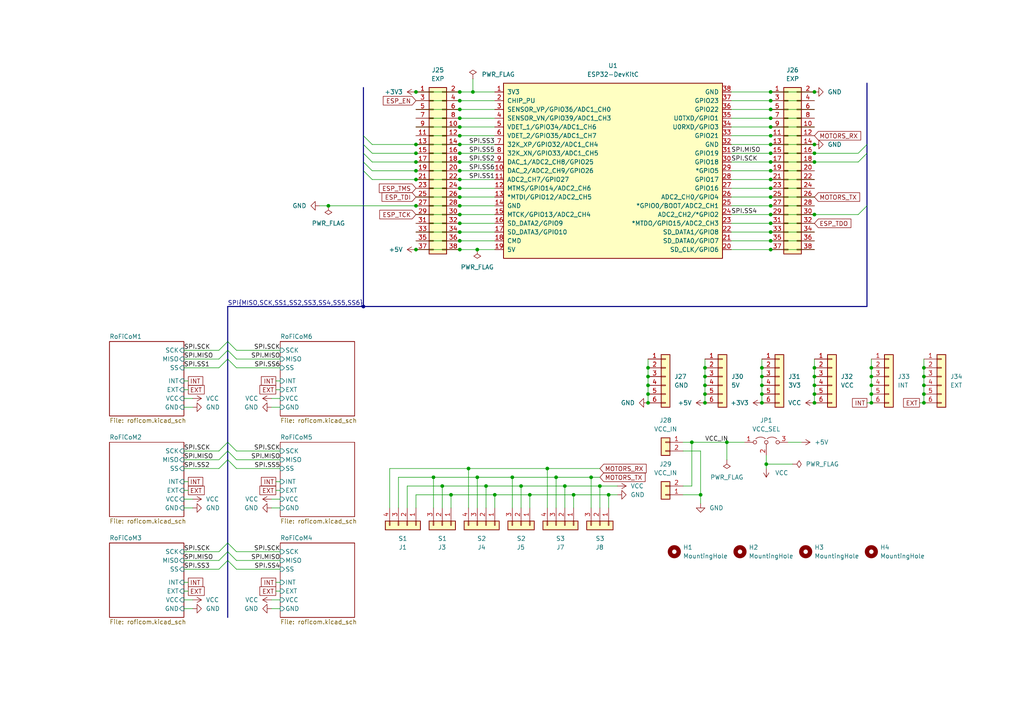
<source format=kicad_sch>
(kicad_sch (version 20211123) (generator eeschema)
  (paper "A4")
  (lib_symbols
    (symbol "Connector_Generic:Conn_01x02" (pin_names (offset 1.016) hide)
      (property "Reference" "J" (at 0 2.54 0))
      (property "Value" "Conn_01x02" (at 0 -5.08 0))
      (symbol "Conn_01x02_1_1"
        (rectangle (start -1.27 -2.413) (end 0 -2.667) (stroke (width 0.1524)))
        (rectangle (start -1.27 0.127) (end 0 -0.127) (stroke (width 0.1524)))
        (rectangle (start -1.27 1.27) (end 1.27 -3.81) (stroke (width 0.254)) (fill (type background)))
        (pin passive line (at -5.08 0 0) (length 3.81) (name "Pin_1") (number "1"))
        (pin passive line (at -5.08 -2.54 0) (length 3.81) (name "Pin_2") (number "2"))
      )
    )
    (symbol "Connector_Generic:Conn_01x03" (pin_names (offset 1.016) hide)
      (property "Reference" "J" (at 0 5.08 0))
      (property "Value" "Conn_01x03" (at 0 -5.08 0))
      (symbol "Conn_01x03_1_1"
        (rectangle (start -1.27 -2.413) (end 0 -2.667) (stroke (width 0.1524)))
        (rectangle (start -1.27 0.127) (end 0 -0.127) (stroke (width 0.1524)))
        (rectangle (start -1.27 2.667) (end 0 2.413) (stroke (width 0.1524)))
        (rectangle (start -1.27 3.81) (end 1.27 -3.81) (stroke (width 0.254)) (fill (type background)))
        (pin passive line (at -5.08 2.54 0) (length 3.81) (name "Pin_1") (number "1"))
        (pin passive line (at -5.08 0 0) (length 3.81) (name "Pin_2") (number "2"))
        (pin passive line (at -5.08 -2.54 0) (length 3.81) (name "Pin_3") (number "3"))
      )
    )
    (symbol "Connector_Generic:Conn_01x04" (pin_names (offset 1.016) hide)
      (property "Reference" "J" (at 0 5.08 0))
      (property "Value" "Conn_01x04" (at 0 -7.62 0))
      (symbol "Conn_01x04_1_1"
        (rectangle (start -1.27 -4.953) (end 0 -5.207) (stroke (width 0.1524)))
        (rectangle (start -1.27 -2.413) (end 0 -2.667) (stroke (width 0.1524)))
        (rectangle (start -1.27 0.127) (end 0 -0.127) (stroke (width 0.1524)))
        (rectangle (start -1.27 2.667) (end 0 2.413) (stroke (width 0.1524)))
        (rectangle (start -1.27 3.81) (end 1.27 -6.35) (stroke (width 0.254)) (fill (type background)))
        (pin passive line (at -5.08 2.54 0) (length 3.81) (name "Pin_1") (number "1"))
        (pin passive line (at -5.08 0 0) (length 3.81) (name "Pin_2") (number "2"))
        (pin passive line (at -5.08 -2.54 0) (length 3.81) (name "Pin_3") (number "3"))
        (pin passive line (at -5.08 -5.08 0) (length 3.81) (name "Pin_4") (number "4"))
      )
    )
    (symbol "Connector_Generic:Conn_01x06" (pin_names (offset 1.016) hide)
      (property "Reference" "J" (at 0 7.62 0))
      (property "Value" "Conn_01x06" (at 0 -10.16 0))
      (symbol "Conn_01x06_1_1"
        (rectangle (start -1.27 -7.493) (end 0 -7.747) (stroke (width 0.1524)))
        (rectangle (start -1.27 -4.953) (end 0 -5.207) (stroke (width 0.1524)))
        (rectangle (start -1.27 -2.413) (end 0 -2.667) (stroke (width 0.1524)))
        (rectangle (start -1.27 0.127) (end 0 -0.127) (stroke (width 0.1524)))
        (rectangle (start -1.27 2.667) (end 0 2.413) (stroke (width 0.1524)))
        (rectangle (start -1.27 5.207) (end 0 4.953) (stroke (width 0.1524)))
        (rectangle (start -1.27 6.35) (end 1.27 -8.89) (stroke (width 0.254)) (fill (type background)))
        (pin passive line (at -5.08 5.08 0) (length 3.81) (name "Pin_1") (number "1"))
        (pin passive line (at -5.08 2.54 0) (length 3.81) (name "Pin_2") (number "2"))
        (pin passive line (at -5.08 0 0) (length 3.81) (name "Pin_3") (number "3"))
        (pin passive line (at -5.08 -2.54 0) (length 3.81) (name "Pin_4") (number "4"))
        (pin passive line (at -5.08 -5.08 0) (length 3.81) (name "Pin_5") (number "5"))
        (pin passive line (at -5.08 -7.62 0) (length 3.81) (name "Pin_6") (number "6"))
      )
    )
    (symbol "Connector_Generic:Conn_02x19_Odd_Even" (pin_names (offset 1.016) hide)
      (property "Reference" "J" (at 1.27 25.4 0))
      (property "Value" "Conn_02x19_Odd_Even" (at 1.27 -25.4 0))
      (symbol "Conn_02x19_Odd_Even_1_1"
        (rectangle (start -1.27 -22.733) (end 0 -22.987) (stroke (width 0.1524)))
        (rectangle (start -1.27 -20.193) (end 0 -20.447) (stroke (width 0.1524)))
        (rectangle (start -1.27 -17.653) (end 0 -17.907) (stroke (width 0.1524)))
        (rectangle (start -1.27 -15.113) (end 0 -15.367) (stroke (width 0.1524)))
        (rectangle (start -1.27 -12.573) (end 0 -12.827) (stroke (width 0.1524)))
        (rectangle (start -1.27 -10.033) (end 0 -10.287) (stroke (width 0.1524)))
        (rectangle (start -1.27 -7.493) (end 0 -7.747) (stroke (width 0.1524)))
        (rectangle (start -1.27 -4.953) (end 0 -5.207) (stroke (width 0.1524)))
        (rectangle (start -1.27 -2.413) (end 0 -2.667) (stroke (width 0.1524)))
        (rectangle (start -1.27 0.127) (end 0 -0.127) (stroke (width 0.1524)))
        (rectangle (start -1.27 2.667) (end 0 2.413) (stroke (width 0.1524)))
        (rectangle (start -1.27 5.207) (end 0 4.953) (stroke (width 0.1524)))
        (rectangle (start -1.27 7.747) (end 0 7.493) (stroke (width 0.1524)))
        (rectangle (start -1.27 10.287) (end 0 10.033) (stroke (width 0.1524)))
        (rectangle (start -1.27 12.827) (end 0 12.573) (stroke (width 0.1524)))
        (rectangle (start -1.27 15.367) (end 0 15.113) (stroke (width 0.1524)))
        (rectangle (start -1.27 17.907) (end 0 17.653) (stroke (width 0.1524)))
        (rectangle (start -1.27 20.447) (end 0 20.193) (stroke (width 0.1524)))
        (rectangle (start -1.27 22.987) (end 0 22.733) (stroke (width 0.1524)))
        (rectangle (start -1.27 24.13) (end 3.81 -24.13) (stroke (width 0.254)) (fill (type background)))
        (rectangle (start 3.81 -22.733) (end 2.54 -22.987) (stroke (width 0.1524)))
        (rectangle (start 3.81 -20.193) (end 2.54 -20.447) (stroke (width 0.1524)))
        (rectangle (start 3.81 -17.653) (end 2.54 -17.907) (stroke (width 0.1524)))
        (rectangle (start 3.81 -15.113) (end 2.54 -15.367) (stroke (width 0.1524)))
        (rectangle (start 3.81 -12.573) (end 2.54 -12.827) (stroke (width 0.1524)))
        (rectangle (start 3.81 -10.033) (end 2.54 -10.287) (stroke (width 0.1524)))
        (rectangle (start 3.81 -7.493) (end 2.54 -7.747) (stroke (width 0.1524)))
        (rectangle (start 3.81 -4.953) (end 2.54 -5.207) (stroke (width 0.1524)))
        (rectangle (start 3.81 -2.413) (end 2.54 -2.667) (stroke (width 0.1524)))
        (rectangle (start 3.81 0.127) (end 2.54 -0.127) (stroke (width 0.1524)))
        (rectangle (start 3.81 2.667) (end 2.54 2.413) (stroke (width 0.1524)))
        (rectangle (start 3.81 5.207) (end 2.54 4.953) (stroke (width 0.1524)))
        (rectangle (start 3.81 7.747) (end 2.54 7.493) (stroke (width 0.1524)))
        (rectangle (start 3.81 10.287) (end 2.54 10.033) (stroke (width 0.1524)))
        (rectangle (start 3.81 12.827) (end 2.54 12.573) (stroke (width 0.1524)))
        (rectangle (start 3.81 15.367) (end 2.54 15.113) (stroke (width 0.1524)))
        (rectangle (start 3.81 17.907) (end 2.54 17.653) (stroke (width 0.1524)))
        (rectangle (start 3.81 20.447) (end 2.54 20.193) (stroke (width 0.1524)))
        (rectangle (start 3.81 22.987) (end 2.54 22.733) (stroke (width 0.1524)))
        (pin passive line (at -5.08 22.86 0) (length 3.81) (name "Pin_1") (number "1"))
        (pin passive line (at 7.62 12.7 180) (length 3.81) (name "Pin_10") (number "10"))
        (pin passive line (at -5.08 10.16 0) (length 3.81) (name "Pin_11") (number "11"))
        (pin passive line (at 7.62 10.16 180) (length 3.81) (name "Pin_12") (number "12"))
        (pin passive line (at -5.08 7.62 0) (length 3.81) (name "Pin_13") (number "13"))
        (pin passive line (at 7.62 7.62 180) (length 3.81) (name "Pin_14") (number "14"))
        (pin passive line (at -5.08 5.08 0) (length 3.81) (name "Pin_15") (number "15"))
        (pin passive line (at 7.62 5.08 180) (length 3.81) (name "Pin_16") (number "16"))
        (pin passive line (at -5.08 2.54 0) (length 3.81) (name "Pin_17") (number "17"))
        (pin passive line (at 7.62 2.54 180) (length 3.81) (name "Pin_18") (number "18"))
        (pin passive line (at -5.08 0 0) (length 3.81) (name "Pin_19") (number "19"))
        (pin passive line (at 7.62 22.86 180) (length 3.81) (name "Pin_2") (number "2"))
        (pin passive line (at 7.62 0 180) (length 3.81) (name "Pin_20") (number "20"))
        (pin passive line (at -5.08 -2.54 0) (length 3.81) (name "Pin_21") (number "21"))
        (pin passive line (at 7.62 -2.54 180) (length 3.81) (name "Pin_22") (number "22"))
        (pin passive line (at -5.08 -5.08 0) (length 3.81) (name "Pin_23") (number "23"))
        (pin passive line (at 7.62 -5.08 180) (length 3.81) (name "Pin_24") (number "24"))
        (pin passive line (at -5.08 -7.62 0) (length 3.81) (name "Pin_25") (number "25"))
        (pin passive line (at 7.62 -7.62 180) (length 3.81) (name "Pin_26") (number "26"))
        (pin passive line (at -5.08 -10.16 0) (length 3.81) (name "Pin_27") (number "27"))
        (pin passive line (at 7.62 -10.16 180) (length 3.81) (name "Pin_28") (number "28"))
        (pin passive line (at -5.08 -12.7 0) (length 3.81) (name "Pin_29") (number "29"))
        (pin passive line (at -5.08 20.32 0) (length 3.81) (name "Pin_3") (number "3"))
        (pin passive line (at 7.62 -12.7 180) (length 3.81) (name "Pin_30") (number "30"))
        (pin passive line (at -5.08 -15.24 0) (length 3.81) (name "Pin_31") (number "31"))
        (pin passive line (at 7.62 -15.24 180) (length 3.81) (name "Pin_32") (number "32"))
        (pin passive line (at -5.08 -17.78 0) (length 3.81) (name "Pin_33") (number "33"))
        (pin passive line (at 7.62 -17.78 180) (length 3.81) (name "Pin_34") (number "34"))
        (pin passive line (at -5.08 -20.32 0) (length 3.81) (name "Pin_35") (number "35"))
        (pin passive line (at 7.62 -20.32 180) (length 3.81) (name "Pin_36") (number "36"))
        (pin passive line (at -5.08 -22.86 0) (length 3.81) (name "Pin_37") (number "37"))
        (pin passive line (at 7.62 -22.86 180) (length 3.81) (name "Pin_38") (number "38"))
        (pin passive line (at 7.62 20.32 180) (length 3.81) (name "Pin_4") (number "4"))
        (pin passive line (at -5.08 17.78 0) (length 3.81) (name "Pin_5") (number "5"))
        (pin passive line (at 7.62 17.78 180) (length 3.81) (name "Pin_6") (number "6"))
        (pin passive line (at -5.08 15.24 0) (length 3.81) (name "Pin_7") (number "7"))
        (pin passive line (at 7.62 15.24 180) (length 3.81) (name "Pin_8") (number "8"))
        (pin passive line (at -5.08 12.7 0) (length 3.81) (name "Pin_9") (number "9"))
      )
    )
    (symbol "Jumper:Jumper_3_Open" (pin_names (offset 0) hide)
      (property "Reference" "JP" (at -2.54 -2.54 0))
      (property "Value" "Jumper_3_Open" (at 0 2.794 0))
      (symbol "Jumper_3_Open_0_0"
        (circle (center -3.302 0) (radius 0.508))
        (circle (center 0 0) (radius 0.508))
        (circle (center 3.302 0) (radius 0.508))
      )
      (symbol "Jumper_3_Open_0_1"
        (arc (start -0.254 1.016) (mid -1.651 1.4992) (end -3.048 1.016))
        (polyline (pts (xy 0 -0.508) (xy 0 -1.27)))
        (arc (start 3.048 1.016) (mid 1.651 1.4992) (end 0.254 1.016))
      )
      (symbol "Jumper_3_Open_1_1"
        (pin passive line (at -6.35 0 0) (length 2.54) (name "A") (number "1"))
        (pin passive line (at 0 -3.81 90) (length 2.54) (name "C") (number "2"))
        (pin passive line (at 6.35 0 180) (length 2.54) (name "B") (number "3"))
      )
    )
    (symbol "Mechanical:MountingHole" (pin_names (offset 1.016))
      (property "Reference" "H" (at 0 5.08 0))
      (property "Value" "MountingHole" (at 0 3.175 0))
      (symbol "MountingHole_0_1"
        (circle (center 0 0) (radius 1.27) (stroke (width 1.27)))
      )
    )
    (symbol "power:+3V3" (power) (pin_names (offset 0))
      (property "Value" "+3V3" (at 0 3.556 0))
      (symbol "+3V3_0_1"
        (polyline (pts (xy -0.762 1.27) (xy 0 2.54)))
        (polyline (pts (xy 0 0) (xy 0 2.54)))
        (polyline (pts (xy 0 2.54) (xy 0.762 1.27)))
      )
      (symbol "+3V3_1_1"
        (pin power_in line (at 0 0 90) (length 0) hide (name "+3V3") (number "1"))
      )
    )
    (symbol "power:+5V" (power) (pin_names (offset 0))
      (property "Value" "+5V" (at 0 3.556 0))
      (symbol "+5V_0_1"
        (polyline (pts (xy -0.762 1.27) (xy 0 2.54)))
        (polyline (pts (xy 0 0) (xy 0 2.54)))
        (polyline (pts (xy 0 2.54) (xy 0.762 1.27)))
      )
      (symbol "+5V_1_1"
        (pin power_in line (at 0 0 90) (length 0) hide (name "+5V") (number "1"))
      )
    )
    (symbol "power:GND" (power) (pin_names (offset 0))
      (property "Value" "GND" (at 0 -3.81 0))
      (symbol "GND_0_1"
        (polyline (pts (xy 0 0) (xy 0 -1.27) (xy 1.27 -1.27) (xy 0 -2.54) (xy -1.27 -1.27) (xy 0 -1.27)))
      )
      (symbol "GND_1_1"
        (pin power_in line (at 0 0 270) (length 0) hide (name "GND") (number "1"))
      )
    )
    (symbol "power:PWR_FLAG" (power) (pin_numbers hide) (pin_names (offset 0) hide)
      (property "Value" "PWR_FLAG" (at 0 3.81 0))
      (symbol "PWR_FLAG_0_0"
        (pin power_out line (at 0 0 90) (length 0) (name "pwr") (number "1"))
      )
      (symbol "PWR_FLAG_0_1"
        (polyline (pts (xy 0 0) (xy 0 1.27) (xy -1.016 1.905) (xy 0 2.54) (xy 1.016 1.905) (xy 0 1.27)))
      )
    )
    (symbol "power:VCC" (power) (pin_names (offset 0))
      (property "Value" "VCC" (at 0 3.81 0))
      (symbol "VCC_0_1"
        (polyline (pts (xy -0.762 1.27) (xy 0 2.54)))
        (polyline (pts (xy 0 0) (xy 0 2.54)))
        (polyline (pts (xy 0 2.54) (xy 0.762 1.27)))
      )
      (symbol "VCC_1_1"
        (pin power_in line (at 0 0 90) (length 0) hide (name "VCC") (number "1"))
      )
    )
    (symbol "rofi:ESP32-DevKitC" (pin_names (offset 1.016))
      (property "Reference" "U" (at -30.48 30.48 0))
      (property "Value" "ESP32-DevKitC" (at -30.48 27.94 0))
      (property "Footprint" "rofi:ESP32-DevKitC" (at 0 -27.94 0))
      (property "Datasheet" "https://docs.espressif.com/projects/esp-idf/zh_CN/latest/esp32/hw-reference/esp32/get-started-devkitc.html" (at 0 -30.48 0))
      (symbol "ESP32-DevKitC_0_0"
        (pin power_in line (at -33.02 -10.16 0) (length 2.54) (name "GND") (number "14"))
        (pin power_in line (at -33.02 -22.86 0) (length 2.54) (name "5V") (number "19"))
      )
      (symbol "ESP32-DevKitC_0_1"
        (rectangle (start -30.48 25.4) (end 33.02 -25.4) (stroke (width 0.254)) (fill (type background)))
      )
      (symbol "ESP32-DevKitC_1_1"
        (pin power_in line (at -33.02 22.86 0) (length 2.54) (name "3V3") (number "1"))
        (pin bidirectional line (at -33.02 0 0) (length 2.54) (name "DAC_2/ADC2_CH9/GPIO26") (number "10"))
        (pin bidirectional line (at -33.02 -2.54 0) (length 2.54) (name "ADC2_CH7/GPIO27") (number "11"))
        (pin bidirectional line (at -33.02 -5.08 0) (length 2.54) (name "MTMS/GPIO14/ADC2_CH6") (number "12"))
        (pin bidirectional line (at -33.02 -7.62 0) (length 2.54) (name "*MTDI/GPIO12/ADC2_CH5") (number "13"))
        (pin bidirectional line (at -33.02 -12.7 0) (length 2.54) (name "MTCK/GPIO13/ADC2_CH4") (number "15"))
        (pin bidirectional line (at -33.02 -15.24 0) (length 2.54) (name "SD_DATA2/GPIO9") (number "16"))
        (pin bidirectional line (at -33.02 -17.78 0) (length 2.54) (name "SD_DATA3/GPIO10") (number "17"))
        (pin bidirectional line (at -33.02 -20.32 0) (length 2.54) (name "CMD") (number "18"))
        (pin input line (at -33.02 20.32 0) (length 2.54) (name "CHIP_PU") (number "2"))
        (pin bidirectional line (at 35.56 -22.86 180) (length 2.54) (name "SD_CLK/GPIO6") (number "20"))
        (pin bidirectional line (at 35.56 -20.32 180) (length 2.54) (name "SD_DATA0/GPIO7") (number "21"))
        (pin bidirectional line (at 35.56 -17.78 180) (length 2.54) (name "SD_DATA1/GPIO8") (number "22"))
        (pin bidirectional line (at 35.56 -15.24 180) (length 2.54) (name "*MTDO/GPIO15/ADC2_CH3") (number "23"))
        (pin bidirectional line (at 35.56 -12.7 180) (length 2.54) (name "ADC2_CH2/*GPIO2") (number "24"))
        (pin bidirectional line (at 35.56 -10.16 180) (length 2.54) (name "*GPIO0/BOOT/ADC2_CH1") (number "25"))
        (pin bidirectional line (at 35.56 -7.62 180) (length 2.54) (name "ADC2_CH0/GPIO4") (number "26"))
        (pin bidirectional line (at 35.56 -5.08 180) (length 2.54) (name "GPIO16") (number "27"))
        (pin bidirectional line (at 35.56 -2.54 180) (length 2.54) (name "GPIO17") (number "28"))
        (pin bidirectional line (at 35.56 0 180) (length 2.54) (name "*GPIO5") (number "29"))
        (pin input line (at -33.02 17.78 0) (length 2.54) (name "SENSOR_VP/GPIO36/ADC1_CH0") (number "3"))
        (pin bidirectional line (at 35.56 2.54 180) (length 2.54) (name "GPIO18") (number "30"))
        (pin bidirectional line (at 35.56 5.08 180) (length 2.54) (name "GPIO19") (number "31"))
        (pin power_in line (at 35.56 7.62 180) (length 2.54) (name "GND") (number "32"))
        (pin bidirectional line (at 35.56 10.16 180) (length 2.54) (name "GPIO21") (number "33"))
        (pin bidirectional line (at 35.56 12.7 180) (length 2.54) (name "U0RXD/GPIO3") (number "34"))
        (pin bidirectional line (at 35.56 15.24 180) (length 2.54) (name "U0TXD/GPIO1") (number "35"))
        (pin bidirectional line (at 35.56 17.78 180) (length 2.54) (name "GPIO22") (number "36"))
        (pin bidirectional line (at 35.56 20.32 180) (length 2.54) (name "GPIO23") (number "37"))
        (pin power_in line (at 35.56 22.86 180) (length 2.54) (name "GND") (number "38"))
        (pin input line (at -33.02 15.24 0) (length 2.54) (name "SENSOR_VN/GPIO39/ADC1_CH3") (number "4"))
        (pin input line (at -33.02 12.7 0) (length 2.54) (name "VDET_1/GPIO34/ADC1_CH6") (number "5"))
        (pin input line (at -33.02 10.16 0) (length 2.54) (name "VDET_2/GPIO35/ADC1_CH7") (number "6"))
        (pin bidirectional line (at -33.02 7.62 0) (length 2.54) (name "32K_XP/GPIO32/ADC1_CH4") (number "7"))
        (pin bidirectional line (at -33.02 5.08 0) (length 2.54) (name "32K_XN/GPIO33/ADC1_CH5") (number "8"))
        (pin bidirectional line (at -33.02 2.54 0) (length 2.54) (name "DAC_1/ADC2_CH8/GPIO25") (number "9"))
      )
    )
  )
  (junction (at 223.52 34.29))
  (junction (at 133.35 69.85))
  (junction (at 223.52 57.15))
  (junction (at 138.43 138.43))
  (junction (at 133.35 59.69))
  (junction (at 223.52 26.67))
  (junction (at 236.22 46.99))
  (junction (at 125.73 138.43))
  (junction (at 252.73 106.68))
  (junction (at 137.16 26.67))
  (junction (at 236.22 116.84))
  (junction (at 223.52 41.91))
  (junction (at 187.96 116.84))
  (junction (at 236.22 41.91))
  (junction (at 140.97 140.97))
  (junction (at 223.52 59.69))
  (junction (at 220.98 116.84))
  (junction (at 133.35 72.39))
  (junction (at 133.35 57.15))
  (junction (at 187.96 106.68))
  (junction (at 204.47 111.76))
  (junction (at 223.52 64.77))
  (junction (at 267.97 116.84))
  (junction (at 223.52 29.21))
  (junction (at 267.97 109.22))
  (junction (at 133.35 54.61))
  (junction (at 236.22 44.45))
  (junction (at 133.35 62.23))
  (junction (at 163.83 140.97))
  (junction (at 133.35 41.91))
  (junction (at 267.97 111.76))
  (junction (at 187.96 109.22))
  (junction (at 133.35 64.77))
  (junction (at 120.65 44.45))
  (junction (at 223.52 36.83))
  (junction (at 120.65 49.53))
  (junction (at 236.22 106.68))
  (junction (at 153.67 143.51))
  (junction (at 105.41 88.9))
  (junction (at 95.25 59.69))
  (junction (at 187.96 114.3))
  (junction (at 223.52 54.61))
  (junction (at 143.51 143.51))
  (junction (at 236.22 26.67))
  (junction (at 236.22 109.22))
  (junction (at 236.22 62.23))
  (junction (at 204.47 106.68))
  (junction (at 133.35 39.37))
  (junction (at 200.66 128.27))
  (junction (at 133.35 31.75))
  (junction (at 204.47 116.84))
  (junction (at 120.65 41.91))
  (junction (at 223.52 46.99))
  (junction (at 223.52 31.75))
  (junction (at 223.52 49.53))
  (junction (at 203.2 143.51))
  (junction (at 220.98 114.3))
  (junction (at 128.27 140.97))
  (junction (at 151.13 140.97))
  (junction (at 267.97 106.68))
  (junction (at 220.98 111.76))
  (junction (at 120.65 26.67))
  (junction (at 220.98 106.68))
  (junction (at 133.35 29.21))
  (junction (at 223.52 72.39))
  (junction (at 130.81 143.51))
  (junction (at 138.43 72.39))
  (junction (at 223.52 39.37))
  (junction (at 133.35 46.99))
  (junction (at 223.52 44.45))
  (junction (at 133.35 36.83))
  (junction (at 223.52 67.31))
  (junction (at 267.97 114.3))
  (junction (at 210.82 128.27))
  (junction (at 204.47 114.3))
  (junction (at 161.29 138.43))
  (junction (at 148.59 138.43))
  (junction (at 220.98 109.22))
  (junction (at 120.65 59.69))
  (junction (at 135.89 135.89))
  (junction (at 252.73 116.84))
  (junction (at 120.65 52.07))
  (junction (at 236.22 114.3))
  (junction (at 187.96 111.76))
  (junction (at 158.75 135.89))
  (junction (at 133.35 67.31))
  (junction (at 133.35 34.29))
  (junction (at 223.52 62.23))
  (junction (at 252.73 109.22))
  (junction (at 166.37 143.51))
  (junction (at 252.73 111.76))
  (junction (at 120.65 46.99))
  (junction (at 171.45 138.43))
  (junction (at 173.99 140.97))
  (junction (at 252.73 114.3))
  (junction (at 133.35 44.45))
  (junction (at 120.65 72.39))
  (junction (at 176.53 143.51))
  (junction (at 223.52 52.07))
  (junction (at 133.35 49.53))
  (junction (at 133.35 52.07))
  (junction (at 222.25 134.62))
  (junction (at 133.35 26.67))
  (junction (at 204.47 109.22))
  (junction (at 223.52 69.85))
  (junction (at 236.22 111.76))
  (bus_entry (at 66.04 101.6) (size -2.54 2.54))
  (bus_entry (at 66.04 160.02) (size 2.54 2.54))
  (bus_entry (at 66.04 104.14) (size 2.54 2.54))
  (bus_entry (at 66.04 99.06) (size 2.54 2.54))
  (bus_entry (at 66.04 133.35) (size -2.54 2.54))
  (bus_entry (at 66.04 128.27) (size 2.54 2.54))
  (bus_entry (at 251.46 41.91) (size -2.54 2.54))
  (bus_entry (at 105.41 46.99) (size 2.54 2.54))
  (bus_entry (at 66.04 130.81) (size 2.54 2.54))
  (bus_entry (at 105.41 39.37) (size 2.54 2.54))
  (bus_entry (at 105.41 41.91) (size 2.54 2.54))
  (bus_entry (at 105.41 44.45) (size 2.54 2.54))
  (bus_entry (at 66.04 160.02) (size -2.54 2.54))
  (bus_entry (at 251.46 44.45) (size -2.54 2.54))
  (bus_entry (at 66.04 133.35) (size 2.54 2.54))
  (bus_entry (at 66.04 101.6) (size 2.54 2.54))
  (bus_entry (at 66.04 128.27) (size -2.54 2.54))
  (bus_entry (at 66.04 162.56) (size -2.54 2.54))
  (bus_entry (at 66.04 157.48) (size 2.54 2.54))
  (bus_entry (at 105.41 49.53) (size 2.54 2.54))
  (bus_entry (at 66.04 162.56) (size 2.54 2.54))
  (bus_entry (at 66.04 99.06) (size -2.54 2.54))
  (bus_entry (at 66.04 130.81) (size -2.54 2.54))
  (bus_entry (at 66.04 104.14) (size -2.54 2.54))
  (bus_entry (at 66.04 157.48) (size -2.54 2.54))
  (bus_entry (at 251.46 59.69) (size -2.54 2.54))
  (wire (pts (xy 120.65 64.77) (xy 133.35 64.77)))
  (wire (pts (xy 223.52 64.77) (xy 236.22 64.77)))
  (wire (pts (xy 223.52 69.85) (xy 236.22 69.85)))
  (wire (pts (xy 107.95 44.45) (xy 120.65 44.45)))
  (bus (pts (xy 251.46 44.45) (xy 251.46 59.69)))
  (wire (pts (xy 187.96 106.68) (xy 187.96 109.22)))
  (wire (pts (xy 120.65 62.23) (xy 133.35 62.23)))
  (wire (pts (xy 223.52 67.31) (xy 236.22 67.31)))
  (wire (pts (xy 223.52 34.29) (xy 236.22 34.29)))
  (wire (pts (xy 68.58 162.56) (xy 81.28 162.56)))
  (wire (pts (xy 220.98 109.22) (xy 220.98 111.76)))
  (wire (pts (xy 81.28 173.99) (xy 78.74 173.99)))
  (wire (pts (xy 133.35 44.45) (xy 143.51 44.45)))
  (wire (pts (xy 212.09 41.91) (xy 223.52 41.91)))
  (bus (pts (xy 251.46 24.13) (xy 251.46 41.91)))
  (wire (pts (xy 236.22 111.76) (xy 236.22 114.3)))
  (wire (pts (xy 107.95 49.53) (xy 120.65 49.53)))
  (wire (pts (xy 113.03 135.89) (xy 113.03 147.32)))
  (wire (pts (xy 223.52 46.99) (xy 236.22 46.99)))
  (wire (pts (xy 78.74 144.78) (xy 81.28 144.78)))
  (wire (pts (xy 53.34 110.49) (xy 54.61 110.49)))
  (wire (pts (xy 252.73 114.3) (xy 252.73 116.84)))
  (bus (pts (xy 105.41 41.91) (xy 105.41 44.45)))
  (wire (pts (xy 138.43 138.43) (xy 138.43 147.32)))
  (wire (pts (xy 107.95 41.91) (xy 120.65 41.91)))
  (wire (pts (xy 204.47 104.14) (xy 204.47 106.68)))
  (bus (pts (xy 105.41 46.99) (xy 105.41 49.53)))
  (wire (pts (xy 137.16 22.86) (xy 137.16 26.67)))
  (wire (pts (xy 198.12 143.51) (xy 203.2 143.51)))
  (wire (pts (xy 187.96 111.76) (xy 187.96 114.3)))
  (bus (pts (xy 105.41 25.4) (xy 105.41 39.37)))
  (wire (pts (xy 133.35 52.07) (xy 143.51 52.07)))
  (bus (pts (xy 105.41 39.37) (xy 105.41 41.91)))
  (wire (pts (xy 204.47 106.68) (xy 204.47 109.22)))
  (wire (pts (xy 153.67 143.51) (xy 143.51 143.51)))
  (wire (pts (xy 133.35 29.21) (xy 143.51 29.21)))
  (wire (pts (xy 252.73 109.22) (xy 252.73 111.76)))
  (wire (pts (xy 212.09 31.75) (xy 223.52 31.75)))
  (wire (pts (xy 223.52 54.61) (xy 236.22 54.61)))
  (wire (pts (xy 120.65 72.39) (xy 133.35 72.39)))
  (wire (pts (xy 133.35 57.15) (xy 143.51 57.15)))
  (wire (pts (xy 166.37 143.51) (xy 153.67 143.51)))
  (wire (pts (xy 53.34 147.32) (xy 55.88 147.32)))
  (wire (pts (xy 120.65 59.69) (xy 133.35 59.69)))
  (wire (pts (xy 133.35 46.99) (xy 143.51 46.99)))
  (wire (pts (xy 173.99 140.97) (xy 163.83 140.97)))
  (wire (pts (xy 223.52 52.07) (xy 236.22 52.07)))
  (wire (pts (xy 133.35 54.61) (xy 143.51 54.61)))
  (wire (pts (xy 53.34 168.91) (xy 54.61 168.91)))
  (wire (pts (xy 120.65 67.31) (xy 133.35 67.31)))
  (bus (pts (xy 66.04 160.02) (xy 66.04 157.48)))
  (wire (pts (xy 204.47 114.3) (xy 204.47 116.84)))
  (wire (pts (xy 200.66 128.27) (xy 198.12 128.27)))
  (wire (pts (xy 53.34 133.35) (xy 63.5 133.35)))
  (wire (pts (xy 158.75 135.89) (xy 173.99 135.89)))
  (bus (pts (xy 66.04 157.48) (xy 66.04 133.35)))
  (wire (pts (xy 53.34 118.11) (xy 55.88 118.11)))
  (wire (pts (xy 187.96 104.14) (xy 187.96 106.68)))
  (wire (pts (xy 120.65 54.61) (xy 133.35 54.61)))
  (wire (pts (xy 220.98 106.68) (xy 220.98 109.22)))
  (wire (pts (xy 120.65 26.67) (xy 133.35 26.67)))
  (wire (pts (xy 68.58 130.81) (xy 81.28 130.81)))
  (wire (pts (xy 143.51 143.51) (xy 130.81 143.51)))
  (wire (pts (xy 222.25 134.62) (xy 229.87 134.62)))
  (wire (pts (xy 81.28 115.57) (xy 78.74 115.57)))
  (wire (pts (xy 223.52 31.75) (xy 236.22 31.75)))
  (wire (pts (xy 212.09 69.85) (xy 223.52 69.85)))
  (wire (pts (xy 212.09 72.39) (xy 223.52 72.39)))
  (wire (pts (xy 212.09 49.53) (xy 223.52 49.53)))
  (wire (pts (xy 203.2 130.81) (xy 203.2 143.51)))
  (wire (pts (xy 140.97 140.97) (xy 128.27 140.97)))
  (wire (pts (xy 80.01 139.7) (xy 81.28 139.7)))
  (wire (pts (xy 267.97 109.22) (xy 267.97 111.76)))
  (wire (pts (xy 95.25 59.69) (xy 120.65 59.69)))
  (wire (pts (xy 236.22 62.23) (xy 248.92 62.23)))
  (wire (pts (xy 212.09 52.07) (xy 223.52 52.07)))
  (wire (pts (xy 212.09 39.37) (xy 223.52 39.37)))
  (wire (pts (xy 68.58 165.1) (xy 81.28 165.1)))
  (wire (pts (xy 176.53 143.51) (xy 166.37 143.51)))
  (wire (pts (xy 267.97 111.76) (xy 267.97 114.3)))
  (wire (pts (xy 137.16 26.67) (xy 143.51 26.67)))
  (wire (pts (xy 133.35 67.31) (xy 143.51 67.31)))
  (wire (pts (xy 133.35 62.23) (xy 143.51 62.23)))
  (wire (pts (xy 133.35 69.85) (xy 143.51 69.85)))
  (wire (pts (xy 53.34 139.7) (xy 54.61 139.7)))
  (wire (pts (xy 68.58 101.6) (xy 81.28 101.6)))
  (wire (pts (xy 81.28 118.11) (xy 78.74 118.11)))
  (wire (pts (xy 133.35 72.39) (xy 138.43 72.39)))
  (wire (pts (xy 133.35 36.83) (xy 143.51 36.83)))
  (wire (pts (xy 220.98 114.3) (xy 220.98 116.84)))
  (wire (pts (xy 223.52 49.53) (xy 236.22 49.53)))
  (wire (pts (xy 53.34 162.56) (xy 63.5 162.56)))
  (bus (pts (xy 66.04 104.14) (xy 66.04 101.6)))
  (wire (pts (xy 267.97 106.68) (xy 267.97 109.22)))
  (wire (pts (xy 266.7 116.84) (xy 267.97 116.84)))
  (wire (pts (xy 80.01 113.03) (xy 81.28 113.03)))
  (bus (pts (xy 66.04 133.35) (xy 66.04 130.81)))
  (wire (pts (xy 68.58 106.68) (xy 81.28 106.68)))
  (wire (pts (xy 128.27 140.97) (xy 128.27 147.32)))
  (wire (pts (xy 135.89 135.89) (xy 135.89 147.32)))
  (wire (pts (xy 223.52 36.83) (xy 236.22 36.83)))
  (wire (pts (xy 212.09 59.69) (xy 223.52 59.69)))
  (bus (pts (xy 66.04 99.06) (xy 66.04 88.9)))
  (wire (pts (xy 53.34 176.53) (xy 55.88 176.53)))
  (wire (pts (xy 223.52 72.39) (xy 236.22 72.39)))
  (bus (pts (xy 251.46 41.91) (xy 251.46 44.45)))
  (wire (pts (xy 198.12 140.97) (xy 200.66 140.97)))
  (wire (pts (xy 120.65 41.91) (xy 133.35 41.91)))
  (wire (pts (xy 118.11 140.97) (xy 118.11 147.32)))
  (wire (pts (xy 68.58 135.89) (xy 81.28 135.89)))
  (wire (pts (xy 80.01 168.91) (xy 81.28 168.91)))
  (wire (pts (xy 125.73 138.43) (xy 125.73 147.32)))
  (wire (pts (xy 151.13 140.97) (xy 140.97 140.97)))
  (wire (pts (xy 222.25 134.62) (xy 222.25 135.89)))
  (wire (pts (xy 176.53 143.51) (xy 179.07 143.51)))
  (wire (pts (xy 210.82 128.27) (xy 210.82 133.35)))
  (wire (pts (xy 53.34 173.99) (xy 55.88 173.99)))
  (wire (pts (xy 135.89 135.89) (xy 113.03 135.89)))
  (bus (pts (xy 105.41 49.53) (xy 105.41 88.9)))
  (wire (pts (xy 140.97 140.97) (xy 140.97 147.32)))
  (wire (pts (xy 133.35 41.91) (xy 143.51 41.91)))
  (wire (pts (xy 173.99 140.97) (xy 179.07 140.97)))
  (wire (pts (xy 223.52 44.45) (xy 236.22 44.45)))
  (wire (pts (xy 161.29 138.43) (xy 161.29 147.32)))
  (wire (pts (xy 81.28 176.53) (xy 78.74 176.53)))
  (wire (pts (xy 200.66 128.27) (xy 210.82 128.27)))
  (wire (pts (xy 212.09 44.45) (xy 223.52 44.45)))
  (wire (pts (xy 120.65 34.29) (xy 133.35 34.29)))
  (wire (pts (xy 236.22 44.45) (xy 248.92 44.45)))
  (wire (pts (xy 53.34 101.6) (xy 63.5 101.6)))
  (wire (pts (xy 176.53 147.32) (xy 176.53 143.51)))
  (wire (pts (xy 53.34 130.81) (xy 63.5 130.81)))
  (wire (pts (xy 133.35 59.69) (xy 143.51 59.69)))
  (wire (pts (xy 212.09 54.61) (xy 223.52 54.61)))
  (wire (pts (xy 120.65 46.99) (xy 133.35 46.99)))
  (wire (pts (xy 120.65 52.07) (xy 133.35 52.07)))
  (wire (pts (xy 252.73 106.68) (xy 252.73 109.22)))
  (wire (pts (xy 115.57 138.43) (xy 115.57 147.32)))
  (wire (pts (xy 80.01 142.24) (xy 81.28 142.24)))
  (bus (pts (xy 251.46 59.69) (xy 251.46 88.9)))
  (wire (pts (xy 212.09 62.23) (xy 223.52 62.23)))
  (wire (pts (xy 120.65 44.45) (xy 133.35 44.45)))
  (wire (pts (xy 148.59 138.43) (xy 148.59 147.32)))
  (wire (pts (xy 138.43 138.43) (xy 125.73 138.43)))
  (wire (pts (xy 187.96 109.22) (xy 187.96 111.76)))
  (wire (pts (xy 187.96 114.3) (xy 187.96 116.84)))
  (wire (pts (xy 53.34 106.68) (xy 63.5 106.68)))
  (wire (pts (xy 236.22 106.68) (xy 236.22 109.22)))
  (wire (pts (xy 53.34 171.45) (xy 54.61 171.45)))
  (wire (pts (xy 210.82 128.27) (xy 215.9 128.27)))
  (wire (pts (xy 163.83 140.97) (xy 151.13 140.97)))
  (wire (pts (xy 236.22 114.3) (xy 236.22 116.84)))
  (wire (pts (xy 223.52 57.15) (xy 236.22 57.15)))
  (wire (pts (xy 228.6 128.27) (xy 232.41 128.27)))
  (bus (pts (xy 105.41 44.45) (xy 105.41 46.99)))
  (wire (pts (xy 133.35 31.75) (xy 143.51 31.75)))
  (wire (pts (xy 200.66 140.97) (xy 200.66 128.27)))
  (wire (pts (xy 133.35 39.37) (xy 143.51 39.37)))
  (wire (pts (xy 236.22 109.22) (xy 236.22 111.76)))
  (wire (pts (xy 171.45 147.32) (xy 171.45 138.43)))
  (wire (pts (xy 53.34 113.03) (xy 54.61 113.03)))
  (wire (pts (xy 212.09 67.31) (xy 223.52 67.31)))
  (wire (pts (xy 68.58 133.35) (xy 81.28 133.35)))
  (wire (pts (xy 120.65 29.21) (xy 133.35 29.21)))
  (wire (pts (xy 223.52 29.21) (xy 236.22 29.21)))
  (wire (pts (xy 252.73 111.76) (xy 252.73 114.3)))
  (wire (pts (xy 161.29 138.43) (xy 148.59 138.43)))
  (wire (pts (xy 158.75 135.89) (xy 135.89 135.89)))
  (bus (pts (xy 66.04 101.6) (xy 66.04 99.06)))
  (wire (pts (xy 133.35 34.29) (xy 143.51 34.29)))
  (wire (pts (xy 204.47 109.22) (xy 204.47 111.76)))
  (wire (pts (xy 138.43 72.39) (xy 143.51 72.39)))
  (wire (pts (xy 204.47 111.76) (xy 204.47 114.3)))
  (wire (pts (xy 125.73 138.43) (xy 115.57 138.43)))
  (wire (pts (xy 223.52 41.91) (xy 236.22 41.91)))
  (wire (pts (xy 212.09 34.29) (xy 223.52 34.29)))
  (wire (pts (xy 223.52 39.37) (xy 236.22 39.37)))
  (wire (pts (xy 53.34 142.24) (xy 54.61 142.24)))
  (wire (pts (xy 68.58 160.02) (xy 81.28 160.02)))
  (wire (pts (xy 81.28 147.32) (xy 78.74 147.32)))
  (wire (pts (xy 267.97 114.3) (xy 267.97 116.84)))
  (wire (pts (xy 120.65 69.85) (xy 133.35 69.85)))
  (wire (pts (xy 120.65 39.37) (xy 133.35 39.37)))
  (wire (pts (xy 128.27 140.97) (xy 118.11 140.97)))
  (bus (pts (xy 66.04 128.27) (xy 66.04 104.14)))
  (wire (pts (xy 212.09 36.83) (xy 223.52 36.83)))
  (wire (pts (xy 198.12 130.81) (xy 203.2 130.81)))
  (wire (pts (xy 143.51 143.51) (xy 143.51 147.32)))
  (wire (pts (xy 120.65 31.75) (xy 133.35 31.75)))
  (wire (pts (xy 53.34 104.14) (xy 63.5 104.14)))
  (wire (pts (xy 53.34 165.1) (xy 63.5 165.1)))
  (wire (pts (xy 133.35 64.77) (xy 143.51 64.77)))
  (wire (pts (xy 166.37 143.51) (xy 166.37 147.32)))
  (bus (pts (xy 105.41 88.9) (xy 251.46 88.9)))
  (wire (pts (xy 148.59 138.43) (xy 138.43 138.43)))
  (wire (pts (xy 133.35 26.67) (xy 137.16 26.67)))
  (wire (pts (xy 212.09 64.77) (xy 223.52 64.77)))
  (wire (pts (xy 212.09 46.99) (xy 223.52 46.99)))
  (wire (pts (xy 212.09 29.21) (xy 223.52 29.21)))
  (bus (pts (xy 66.04 88.9) (xy 105.41 88.9)))
  (wire (pts (xy 252.73 104.14) (xy 252.73 106.68)))
  (wire (pts (xy 222.25 132.08) (xy 222.25 134.62)))
  (wire (pts (xy 53.34 144.78) (xy 55.88 144.78)))
  (wire (pts (xy 53.34 160.02) (xy 63.5 160.02)))
  (wire (pts (xy 163.83 140.97) (xy 163.83 147.32)))
  (wire (pts (xy 220.98 104.14) (xy 220.98 106.68)))
  (wire (pts (xy 53.34 135.89) (xy 63.5 135.89)))
  (wire (pts (xy 158.75 147.32) (xy 158.75 135.89)))
  (wire (pts (xy 107.95 52.07) (xy 120.65 52.07)))
  (wire (pts (xy 133.35 49.53) (xy 143.51 49.53)))
  (wire (pts (xy 173.99 147.32) (xy 173.99 140.97)))
  (wire (pts (xy 212.09 26.67) (xy 223.52 26.67)))
  (wire (pts (xy 223.52 62.23) (xy 236.22 62.23)))
  (wire (pts (xy 151.13 140.97) (xy 151.13 147.32)))
  (wire (pts (xy 203.2 143.51) (xy 203.2 146.05)))
  (wire (pts (xy 120.65 143.51) (xy 120.65 147.32)))
  (wire (pts (xy 130.81 143.51) (xy 130.81 147.32)))
  (wire (pts (xy 120.65 36.83) (xy 133.35 36.83)))
  (wire (pts (xy 80.01 110.49) (xy 81.28 110.49)))
  (wire (pts (xy 53.34 115.57) (xy 55.88 115.57)))
  (wire (pts (xy 223.52 26.67) (xy 236.22 26.67)))
  (wire (pts (xy 220.98 111.76) (xy 220.98 114.3)))
  (wire (pts (xy 251.46 116.84) (xy 252.73 116.84)))
  (wire (pts (xy 120.65 49.53) (xy 133.35 49.53)))
  (wire (pts (xy 80.01 171.45) (xy 81.28 171.45)))
  (wire (pts (xy 223.52 59.69) (xy 236.22 59.69)))
  (wire (pts (xy 153.67 143.51) (xy 153.67 147.32)))
  (bus (pts (xy 66.04 130.81) (xy 66.04 128.27)))
  (wire (pts (xy 236.22 46.99) (xy 248.92 46.99)))
  (wire (pts (xy 161.29 138.43) (xy 171.45 138.43)))
  (wire (pts (xy 212.09 57.15) (xy 223.52 57.15)))
  (wire (pts (xy 107.95 46.99) (xy 120.65 46.99)))
  (wire (pts (xy 68.58 104.14) (xy 81.28 104.14)))
  (wire (pts (xy 120.65 57.15) (xy 133.35 57.15)))
  (bus (pts (xy 66.04 162.56) (xy 66.04 160.02)))
  (wire (pts (xy 130.81 143.51) (xy 120.65 143.51)))
  (wire (pts (xy 267.97 104.14) (xy 267.97 106.68)))
  (wire (pts (xy 92.71 59.69) (xy 95.25 59.69)))
  (wire (pts (xy 236.22 104.14) (xy 236.22 106.68)))
  (bus (pts (xy 66.04 179.07) (xy 66.04 162.56)))
  (wire (pts (xy 171.45 138.43) (xy 173.99 138.43)))
  (label "SPI.SS1" (at 143.51 52.07 180))
  (label "VCC_IN" (at 204.47 128.27 0))
  (label "SPI.SCK" (at 53.34 130.81 0))
  (label "SPI.MISO" (at 81.28 162.56 180))
  (label "SPI.SCK" (at 81.28 160.02 180))
  (label "SPI.SCK" (at 81.28 101.6 180))
  (label "SPI.MISO" (at 53.34 133.35 0))
  (label "SPI{MISO,SCK,SS1,SS2,SS3,SS4,SS5,SS6}" (at 66.04 88.9 0))
  (label "SPI.MISO" (at 81.28 133.35 180))
  (label "SPI.SS6" (at 143.51 49.53 180))
  (label "SPI.MISO" (at 81.28 104.14 180))
  (label "SPI.SCK" (at 53.34 101.6 0))
  (label "SPI.MISO" (at 53.34 162.56 0))
  (label "SPI.SS5" (at 81.28 135.89 180))
  (label "SPI.SS2" (at 53.34 135.89 0))
  (label "SPI.SS5" (at 143.51 44.45 180))
  (label "SPI.SS2" (at 143.51 46.99 180))
  (label "SPI.SS6" (at 81.28 106.68 180))
  (label "SPI.SS4" (at 81.28 165.1 180))
  (label "SPI.SCK" (at 53.34 160.02 0))
  (label "SPI.MISO" (at 53.34 104.14 0))
  (label "SPI.MISO" (at 212.09 44.45 0))
  (label "SPI.SS4" (at 212.09 62.23 0))
  (label "SPI.SS1" (at 53.34 106.68 0))
  (label "SPI.SCK" (at 212.09 46.99 0))
  (label "SPI.SCK" (at 81.28 130.81 180))
  (label "SPI.SS3" (at 53.34 165.1 0))
  (label "SPI.SS3" (at 143.51 41.91 180))
  (global_label "ESP_TDO" (shape input) (at 236.22 64.77 0) (property "Intersheet References" "${INTERSHEET_REFS}" (effects hide)))
  (global_label "EXT" (shape passive) (at 54.61 171.45 0) (property "Intersheet References" "${INTERSHEET_REFS}" (effects hide)))
  (global_label "ESP_TDI" (shape input) (at 120.65 57.15 180) (property "Intersheet References" "${INTERSHEET_REFS}" (effects hide)))
  (global_label "EXT" (shape passive) (at 54.61 113.03 0) (property "Intersheet References" "${INTERSHEET_REFS}" (effects hide)))
  (global_label "EXT" (shape passive) (at 80.01 142.24 180) (property "Intersheet References" "${INTERSHEET_REFS}" (effects hide)))
  (global_label "INT" (shape passive) (at 54.61 110.49 0) (property "Intersheet References" "${INTERSHEET_REFS}" (effects hide)))
  (global_label "ESP_EN" (shape input) (at 120.65 29.21 180) (property "Intersheet References" "${INTERSHEET_REFS}" (effects hide)))
  (global_label "EXT" (shape passive) (at 54.61 142.24 0) (property "Intersheet References" "${INTERSHEET_REFS}" (effects hide)))
  (global_label "INT" (shape passive) (at 54.61 139.7 0) (property "Intersheet References" "${INTERSHEET_REFS}" (effects hide)))
  (global_label "EXT" (shape passive) (at 80.01 113.03 180) (property "Intersheet References" "${INTERSHEET_REFS}" (effects hide)))
  (global_label "ESP_TCK" (shape input) (at 120.65 62.23 180) (property "Intersheet References" "${INTERSHEET_REFS}" (effects hide)))
  (global_label "INT" (shape passive) (at 80.01 168.91 180) (property "Intersheet References" "${INTERSHEET_REFS}" (effects hide)))
  (global_label "EXT" (shape passive) (at 266.7 116.84 180) (property "Intersheet References" "${INTERSHEET_REFS}" (effects hide)))
  (global_label "INT" (shape passive) (at 80.01 139.7 180) (property "Intersheet References" "${INTERSHEET_REFS}" (effects hide)))
  (global_label "ESP_TMS" (shape input) (at 120.65 54.61 180) (property "Intersheet References" "${INTERSHEET_REFS}" (effects hide)))
  (global_label "INT" (shape passive) (at 54.61 168.91 0) (property "Intersheet References" "${INTERSHEET_REFS}" (effects hide)))
  (global_label "INT" (shape passive) (at 251.46 116.84 180) (property "Intersheet References" "${INTERSHEET_REFS}" (effects hide)))
  (global_label "EXT" (shape passive) (at 80.01 171.45 180) (property "Intersheet References" "${INTERSHEET_REFS}" (effects hide)))
  (global_label "MOTORS_TX" (shape input) (at 173.99 138.43 0) (property "Intersheet References" "${INTERSHEET_REFS}" (effects hide)))
  (global_label "MOTORS_TX" (shape input) (at 236.22 57.15 0) (property "Intersheet References" "${INTERSHEET_REFS}" (effects hide)))
  (global_label "INT" (shape passive) (at 80.01 110.49 180) (property "Intersheet References" "${INTERSHEET_REFS}" (effects hide)))
  (global_label "MOTORS_RX" (shape input) (at 173.99 135.89 0) (property "Intersheet References" "${INTERSHEET_REFS}" (effects hide)))
  (global_label "MOTORS_RX" (shape input) (at 236.22 39.37 0) (property "Intersheet References" "${INTERSHEET_REFS}" (effects hide)))
  (symbol (lib_id "power:GND") (at 203.2 146.05 0) (unit 1)
    (property "Reference" "#PWR0122" (effects hide))
    (property "Value" "GND" (at 205.74 147.3199 0) (effects (justify left)))
  )
  (symbol (lib_id "power:VCC") (at 236.22 116.84 90) (unit 1)
    (property "Reference" "#PWR0123" (effects hide))
    (property "Value" "VCC" (at 232.41 116.8399 90) (effects (justify left)))
  )
  (symbol (lib_id "power:VCC") (at 78.74 144.78 90) (unit 1)
    (property "Reference" "#PWR0110" (effects hide))
    (property "Value" "VCC" (at 74.93 144.7801 90) (effects (justify left)))
  )
  (symbol (lib_id "power:GND") (at 92.71 59.69 270) (unit 1)
    (property "Reference" "#PWR0116" (effects hide))
    (property "Value" "GND" (at 88.9 59.6899 90) (effects (justify right)))
  )
  (symbol (lib_id "Connector_Generic:Conn_01x06") (at 273.05 109.22 0) (unit 1)
    (property "Reference" "J34" (at 275.59 109.2199 0) (effects (justify left)))
    (property "Value" "EXT" (at 275.59 111.7599 0) (effects (justify left)))
    (property "Footprint" "Connector_PinHeader_2.54mm:PinHeader_1x06_P2.54mm_Vertical" (effects hide))
  )
  (symbol (lib_id "power:GND") (at 55.88 118.11 90) (unit 1)
    (property "Reference" "#PWR0105" (effects hide))
    (property "Value" "GND" (at 59.69 118.1099 90) (effects (justify right)))
  )
  (symbol (lib_id "power:VCC") (at 179.07 140.97 270) (unit 1)
    (property "Reference" "#PWR01" (effects hide))
    (property "Value" "VCC" (at 182.88 140.9699 90) (effects (justify left)))
  )
  (symbol (lib_id "Connector_Generic:Conn_01x04") (at 163.83 152.4 270) (unit 1)
    (property "Reference" "J7" (at 162.56 158.75 90))
    (property "Value" "S3" (at 162.56 156.21 90))
    (property "Footprint" "Connector_PinHeader_2.54mm:PinHeader_1x04_P2.54mm_Vertical" (effects hide))
  )
  (symbol (lib_id "Connector_Generic:Conn_01x04") (at 140.97 152.4 270) (unit 1)
    (property "Reference" "J4" (at 139.7 158.75 90))
    (property "Value" "S2" (at 139.7 156.21 90))
    (property "Footprint" "Connector_PinHeader_2.54mm:PinHeader_1x04_P2.54mm_Vertical" (effects hide))
  )
  (symbol (lib_id "power:GND") (at 78.74 118.11 270) (unit 1)
    (property "Reference" "#PWR0107" (effects hide))
    (property "Value" "GND" (at 74.93 118.1101 90) (effects (justify right)))
  )
  (symbol (lib_id "power:PWR_FLAG") (at 229.87 134.62 270) (unit 1)
    (property "Reference" "#FLG0105" (effects hide))
    (property "Value" "PWR_FLAG" (at 233.68 134.6199 90) (effects (justify left)))
  )
  (symbol (lib_id "power:GND") (at 236.22 41.91 90) (unit 1)
    (property "Reference" "#PWR?" (effects hide))
    (property "Value" "GND" (at 240.03 41.9099 90) (effects (justify right)))
  )
  (symbol (lib_id "power:+5V") (at 232.41 128.27 270) (unit 1)
    (property "Reference" "#PWR0120" (effects hide))
    (property "Value" "+5V" (at 236.22 128.2699 90) (effects (justify left)))
  )
  (symbol (lib_id "Mechanical:MountingHole") (at 214.63 160.02 0) (unit 1)
    (property "Reference" "H2" (at 217.17 158.7499 0) (effects (justify left)))
    (property "Value" "MountingHole" (at 217.17 161.2899 0) (effects (justify left)))
    (property "Footprint" "MountingHole:MountingHole_3.2mm_M3" (effects hide))
  )
  (symbol (lib_id "Mechanical:MountingHole") (at 252.73 160.02 0) (unit 1)
    (property "Reference" "H4" (at 255.27 158.7499 0) (effects (justify left)))
    (property "Value" "MountingHole" (at 255.27 161.2899 0) (effects (justify left)))
    (property "Footprint" "MountingHole:MountingHole_3.2mm_M3" (effects hide))
  )
  (symbol (lib_id "power:PWR_FLAG") (at 137.16 22.86 0) (unit 1)
    (property "Reference" "#FLG0102" (effects hide))
    (property "Value" "PWR_FLAG" (at 139.7 21.5899 0) (effects (justify left)))
  )
  (symbol (lib_id "power:PWR_FLAG") (at 210.82 133.35 180) (unit 1)
    (property "Reference" "#FLG0104" (effects hide))
    (property "Value" "PWR_FLAG" (at 210.82 138.43 0))
  )
  (symbol (lib_id "Connector_Generic:Conn_01x04") (at 118.11 152.4 270) (unit 1)
    (property "Reference" "J1" (at 116.84 158.75 90))
    (property "Value" "S1" (at 116.84 156.21 90))
    (property "Footprint" "Connector_PinHeader_2.54mm:PinHeader_1x04_P2.54mm_Vertical" (effects hide))
  )
  (symbol (lib_id "power:+3V3") (at 220.98 116.84 90) (unit 1)
    (property "Reference" "#PWR0118" (effects hide))
    (property "Value" "+3V3" (at 217.17 116.8399 90) (effects (justify left)))
  )
  (symbol (lib_id "power:GND") (at 179.07 143.51 90) (unit 1)
    (property "Reference" "#PWR02" (effects hide))
    (property "Value" "GND" (at 182.88 143.5099 90) (effects (justify right)))
  )
  (symbol (lib_id "power:GND") (at 236.22 26.67 90) (unit 1)
    (property "Reference" "#PWR0113" (effects hide))
    (property "Value" "GND" (at 240.03 26.6699 90) (effects (justify right)))
  )
  (symbol (lib_id "Connector_Generic:Conn_01x03") (at 128.27 152.4 270) (unit 1)
    (property "Reference" "J3" (at 127 158.75 90) (effects (justify left)))
    (property "Value" "S1" (at 127 156.21 90) (effects (justify left)))
    (property "Footprint" "Connector_PinHeader_2.00mm:PinHeader_1x03_P2.00mm_Vertical" (effects hide))
  )
  (symbol (lib_id "power:+5V") (at 204.47 116.84 90) (unit 1)
    (property "Reference" "#PWR0121" (effects hide))
    (property "Value" "+5V" (at 200.66 116.8399 90) (effects (justify left)))
  )
  (symbol (lib_id "Mechanical:MountingHole") (at 195.58 160.02 0) (unit 1)
    (property "Reference" "H1" (at 198.12 158.7499 0) (effects (justify left)))
    (property "Value" "MountingHole" (at 198.12 161.2899 0) (effects (justify left)))
    (property "Footprint" "MountingHole:MountingHole_3.2mm_M3" (effects hide))
  )
  (symbol (lib_id "power:VCC") (at 222.25 135.89 180) (unit 1)
    (property "Reference" "#PWR0119" (effects hide))
    (property "Value" "VCC" (at 224.79 137.1599 0) (effects (justify right)))
  )
  (symbol (lib_id "Connector_Generic:Conn_02x19_Odd_Even") (at 228.6 49.53 0) (unit 1)
    (property "Reference" "J26" (at 229.87 20.32 0))
    (property "Value" "EXP" (at 229.87 22.86 0))
    (property "Footprint" "Connector_PinHeader_2.54mm:PinHeader_2x19_P2.54mm_Vertical" (effects hide))
  )
  (symbol (lib_id "Connector_Generic:Conn_01x06") (at 226.06 109.22 0) (unit 1)
    (property "Reference" "J31" (at 228.6 109.2199 0) (effects (justify left)))
    (property "Value" "3V3" (at 228.6 111.7599 0) (effects (justify left)))
    (property "Footprint" "Connector_PinHeader_2.54mm:PinHeader_1x06_P2.54mm_Vertical" (effects hide))
  )
  (symbol (lib_id "power:+5V") (at 120.65 72.39 90) (unit 1)
    (property "Reference" "#PWR0114" (effects hide))
    (property "Value" "+5V" (at 116.84 72.3899 90) (effects (justify left)))
  )
  (symbol (lib_id "power:VCC") (at 55.88 144.78 270) (unit 1)
    (property "Reference" "#PWR0112" (effects hide))
    (property "Value" "VCC" (at 59.69 144.7799 90) (effects (justify left)))
  )
  (symbol (lib_id "power:GND") (at 78.74 176.53 270) (unit 1)
    (property "Reference" "#PWR0101" (effects hide))
    (property "Value" "GND" (at 74.93 176.5301 90) (effects (justify right)))
  )
  (symbol (lib_id "power:VCC") (at 78.74 173.99 90) (unit 1)
    (property "Reference" "#PWR0102" (effects hide))
    (property "Value" "VCC" (at 74.93 173.9901 90) (effects (justify left)))
  )
  (symbol (lib_id "power:VCC") (at 55.88 173.99 270) (unit 1)
    (property "Reference" "#PWR0104" (effects hide))
    (property "Value" "VCC" (at 59.69 173.9899 90) (effects (justify left)))
  )
  (symbol (lib_id "power:GND") (at 55.88 147.32 90) (unit 1)
    (property "Reference" "#PWR0111" (effects hide))
    (property "Value" "GND" (at 59.69 147.3199 90) (effects (justify right)))
  )
  (symbol (lib_id "Jumper:Jumper_3_Open") (at 222.25 128.27 0) (unit 1)
    (property "Reference" "JP1" (at 222.25 121.92 0))
    (property "Value" "VCC_SEL" (at 222.25 124.46 0))
    (property "Footprint" "Connector_PinHeader_2.54mm:PinHeader_1x03_P2.54mm_Vertical" (effects hide))
  )
  (symbol (lib_id "Connector_Generic:Conn_01x02") (at 193.04 143.51 180) (unit 1)
    (property "Reference" "J29" (at 193.04 134.62 0))
    (property "Value" "VCC_IN" (at 193.04 137.16 0))
    (property "Footprint" "Connector_PinHeader_2.54mm:PinHeader_1x02_P2.54mm_Vertical" (effects hide))
  )
  (symbol (lib_id "power:PWR_FLAG") (at 95.25 59.69 180) (unit 1)
    (property "Reference" "#FLG0101" (effects hide))
    (property "Value" "PWR_FLAG" (at 95.25 64.77 0))
  )
  (symbol (lib_id "Connector_Generic:Conn_01x06") (at 257.81 109.22 0) (unit 1)
    (property "Reference" "J33" (at 260.35 109.2199 0) (effects (justify left)))
    (property "Value" "INT" (at 260.35 111.7599 0) (effects (justify left)))
    (property "Footprint" "Connector_PinHeader_2.54mm:PinHeader_1x06_P2.54mm_Vertical" (effects hide))
  )
  (symbol (lib_id "power:GND") (at 187.96 116.84 270) (unit 1)
    (property "Reference" "#PWR0117" (effects hide))
    (property "Value" "GND" (at 184.15 116.8399 90) (effects (justify right)))
  )
  (symbol (lib_id "Connector_Generic:Conn_01x02") (at 193.04 128.27 0) (mirror y) (unit 1)
    (property "Reference" "J28" (at 193.04 121.92 0))
    (property "Value" "VCC_IN" (at 193.04 124.46 0))
    (property "Footprint" "TerminalBlock_Phoenix:TerminalBlock_Phoenix_MKDS-1,5-2-5.08_1x02_P5.08mm_Horizontal" (effects hide))
  )
  (symbol (lib_id "Connector_Generic:Conn_02x19_Odd_Even") (at 125.73 49.53 0) (unit 1)
    (property "Reference" "J25" (at 127 20.32 0))
    (property "Value" "EXP" (at 127 22.86 0))
    (property "Footprint" "Connector_PinHeader_2.54mm:PinHeader_2x19_P2.54mm_Vertical" (effects hide))
  )
  (symbol (lib_id "power:PWR_FLAG") (at 138.43 72.39 180) (unit 1)
    (property "Reference" "#FLG0103" (effects hide))
    (property "Value" "PWR_FLAG" (at 138.43 77.47 0))
  )
  (symbol (lib_id "rofi:ESP32-DevKitC") (at 176.53 49.53 0) (unit 1)
    (property "Reference" "U1" (at 177.8 19.05 0))
    (property "Value" "ESP32-DevKitC" (at 177.8 21.59 0))
    (property "Footprint" "rofi:ESP32-DevKitC" (effects hide))
    (property "Datasheet" "https://docs.espressif.com/projects/esp-idf/zh_CN/latest/esp32/hw-reference/esp32/get-started-devkitc.html" (effects hide))
  )
  (symbol (lib_id "Connector_Generic:Conn_01x03") (at 151.13 152.4 270) (unit 1)
    (property "Reference" "J5" (at 149.86 158.75 90) (effects (justify left)))
    (property "Value" "S2" (at 149.86 156.21 90) (effects (justify left)))
    (property "Footprint" "Connector_PinHeader_2.00mm:PinHeader_1x03_P2.00mm_Vertical" (effects hide))
  )
  (symbol (lib_id "Connector_Generic:Conn_01x06") (at 241.3 109.22 0) (unit 1)
    (property "Reference" "J32" (at 243.84 109.2199 0) (effects (justify left)))
    (property "Value" "VCC" (at 243.84 111.7599 0) (effects (justify left)))
    (property "Footprint" "Connector_PinHeader_2.54mm:PinHeader_1x06_P2.54mm_Vertical" (effects hide))
  )
  (symbol (lib_id "Mechanical:MountingHole") (at 233.68 160.02 0) (unit 1)
    (property "Reference" "H3" (at 236.22 158.7499 0) (effects (justify left)))
    (property "Value" "MountingHole" (at 236.22 161.2899 0) (effects (justify left)))
    (property "Footprint" "MountingHole:MountingHole_3.2mm_M3" (effects hide))
  )
  (symbol (lib_id "power:VCC") (at 78.74 115.57 90) (unit 1)
    (property "Reference" "#PWR0108" (effects hide))
    (property "Value" "VCC" (at 74.93 115.5701 90) (effects (justify left)))
  )
  (symbol (lib_id "power:+3V3") (at 120.65 26.67 90) (unit 1)
    (property "Reference" "#PWR0115" (effects hide))
    (property "Value" "+3V3" (at 116.84 26.6699 90) (effects (justify left)))
  )
  (symbol (lib_id "Connector_Generic:Conn_01x03") (at 173.99 152.4 270) (unit 1)
    (property "Reference" "J8" (at 172.72 158.75 90) (effects (justify left)))
    (property "Value" "S3" (at 172.72 156.21 90) (effects (justify left)))
    (property "Footprint" "Connector_PinHeader_2.00mm:PinHeader_1x03_P2.00mm_Vertical" (effects hide))
  )
  (symbol (lib_id "Connector_Generic:Conn_01x06") (at 193.04 109.22 0) (unit 1)
    (property "Reference" "J27" (at 195.58 109.2199 0) (effects (justify left)))
    (property "Value" "GND" (at 195.58 111.7599 0) (effects (justify left)))
    (property "Footprint" "Connector_PinHeader_2.54mm:PinHeader_1x06_P2.54mm_Vertical" (effects hide))
  )
  (symbol (lib_id "power:VCC") (at 55.88 115.57 270) (unit 1)
    (property "Reference" "#PWR0106" (effects hide))
    (property "Value" "VCC" (at 59.69 115.5699 90) (effects (justify left)))
  )
  (symbol (lib_id "power:GND") (at 55.88 176.53 90) (unit 1)
    (property "Reference" "#PWR0103" (effects hide))
    (property "Value" "GND" (at 59.69 176.5299 90) (effects (justify right)))
  )
  (symbol (lib_id "Connector_Generic:Conn_01x06") (at 209.55 109.22 0) (unit 1)
    (property "Reference" "J30" (at 212.09 109.2199 0) (effects (justify left)))
    (property "Value" "5V" (at 212.09 111.7599 0) (effects (justify left)))
    (property "Footprint" "Connector_PinHeader_2.54mm:PinHeader_1x06_P2.54mm_Vertical" (effects hide))
  )
  (symbol (lib_id "power:GND") (at 78.74 147.32 270) (unit 1)
    (property "Reference" "#PWR0109" (effects hide))
    (property "Value" "GND" (at 74.93 147.3201 90) (effects (justify right)))
  )
  (sheet (at 31.75 128.27) (size 21.59 21.59) (stroke (width 0.1524))
    (property "Sheet name" "RoFiCoM2" (at 31.75 127.5584 0) (effects (justify left bottom)))
    (property "Sheet file" "roficom.kicad_sch" (at 31.75 150.4446 0) (effects (justify left top)))
    (pin "SCK" input (at 53.34 130.81 0))
    (pin "MISO" input (at 53.34 133.35 0))
    (pin "SS" input (at 53.34 135.89 0))
    (pin "INT" input (at 53.34 139.7 0))
    (pin "EXT" input (at 53.34 142.24 0))
    (pin "GND" input (at 53.34 147.32 0))
    (pin "VCC" input (at 53.34 144.78 0))
  )
  (sheet (at 81.28 128.27) (size 21.59 21.59) (stroke (width 0.1524))
    (property "Sheet name" "RoFiCoM5" (at 81.28 127.5584 0) (effects (justify left bottom)))
    (property "Sheet file" "roficom.kicad_sch" (at 81.28 150.4446 0) (effects (justify left top)))
    (pin "SCK" input (at 81.28 130.81 180))
    (pin "MISO" input (at 81.28 133.35 180))
    (pin "SS" input (at 81.28 135.89 180))
    (pin "INT" input (at 81.28 139.7 180))
    (pin "EXT" input (at 81.28 142.24 180))
    (pin "GND" input (at 81.28 147.32 180))
    (pin "VCC" input (at 81.28 144.78 180))
  )
  (sheet (at 31.75 157.48) (size 21.59 21.59) (stroke (width 0.1524))
    (property "Sheet name" "RoFiCoM3" (at 31.75 156.7684 0) (effects (justify left bottom)))
    (property "Sheet file" "roficom.kicad_sch" (at 31.75 179.6546 0) (effects (justify left top)))
    (pin "SCK" input (at 53.34 160.02 0))
    (pin "MISO" input (at 53.34 162.56 0))
    (pin "SS" input (at 53.34 165.1 0))
    (pin "INT" input (at 53.34 168.91 0))
    (pin "EXT" input (at 53.34 171.45 0))
    (pin "GND" input (at 53.34 176.53 0))
    (pin "VCC" input (at 53.34 173.99 0))
  )
  (sheet (at 31.75 99.06) (size 21.59 21.59) (stroke (width 0.1524))
    (property "Sheet name" "RoFiCoM1" (at 31.75 98.3484 0) (effects (justify left bottom)))
    (property "Sheet file" "roficom.kicad_sch" (at 31.75 121.2346 0) (effects (justify left top)))
    (pin "SCK" input (at 53.34 101.6 0))
    (pin "MISO" input (at 53.34 104.14 0))
    (pin "SS" input (at 53.34 106.68 0))
    (pin "INT" input (at 53.34 110.49 0))
    (pin "EXT" input (at 53.34 113.03 0))
    (pin "GND" input (at 53.34 118.11 0))
    (pin "VCC" input (at 53.34 115.57 0))
  )
  (sheet (at 81.28 99.06) (size 21.59 21.59) (stroke (width 0.1524))
    (property "Sheet name" "RoFiCoM6" (at 81.28 98.3484 0) (effects (justify left bottom)))
    (property "Sheet file" "roficom.kicad_sch" (at 81.28 121.2346 0) (effects (justify left top)))
    (pin "SCK" input (at 81.28 101.6 180))
    (pin "MISO" input (at 81.28 104.14 180))
    (pin "SS" input (at 81.28 106.68 180))
    (pin "INT" input (at 81.28 110.49 180))
    (pin "EXT" input (at 81.28 113.03 180))
    (pin "GND" input (at 81.28 118.11 180))
    (pin "VCC" input (at 81.28 115.57 180))
  )
  (sheet (at 81.28 157.48) (size 21.59 21.59) (stroke (width 0.1524))
    (property "Sheet name" "RoFiCoM4" (at 81.28 156.7684 0) (effects (justify left bottom)))
    (property "Sheet file" "roficom.kicad_sch" (at 81.28 179.6546 0) (effects (justify left top)))
    (pin "SCK" input (at 81.28 160.02 180))
    (pin "MISO" input (at 81.28 162.56 180))
    (pin "SS" input (at 81.28 165.1 180))
    (pin "INT" input (at 81.28 168.91 180))
    (pin "EXT" input (at 81.28 171.45 180))
    (pin "GND" input (at 81.28 176.53 180))
    (pin "VCC" input (at 81.28 173.99 180))
  )
)
</source>
